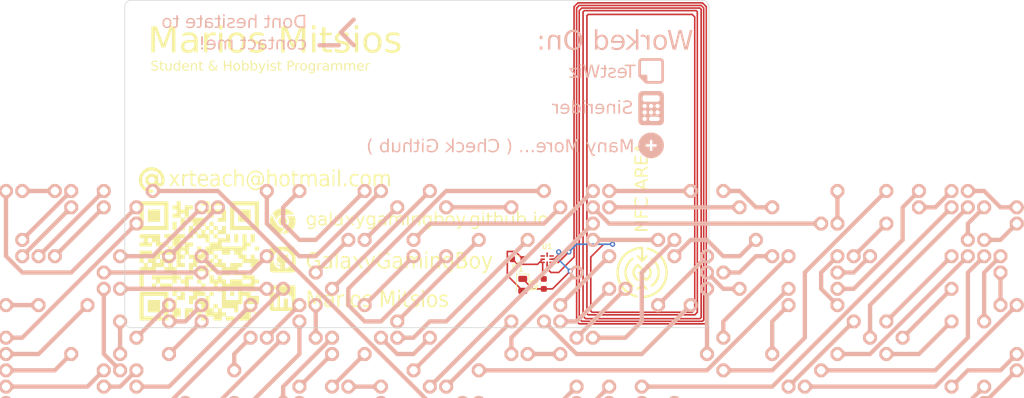
<source format=kicad_pcb>
(kicad_pcb (version 20221018) (generator pcbnew)
  (layers (0 "F.Cu" signal) (31 "B.Cu" signal) (34 "B.Paste" user) (35 "F.Paste" user) (36 "B.SilkS" user "B.Silkscreen") (37 "F.SilkS" user "F.Silkscreen") (38 "B.Mask" user) (39 "F.Mask" user) (44 "Edge.Cuts" user))
  (net 0 "")
  (net 1 "Net-(U1-LA)")
  (net 2 "Net-(D1-K)")
  (net 6 "Net-(U1-VCC)")
  (net 7 "Net-(D1-A)")
  (footprint "NT3H2111W0FHKH:QFN8P50_160X160X50L40X20N" (layer "F.Cu") (at 81.8 56.33125 180)
    (fp_text reference "U1" (at 0 2) (layer "F.SilkS") (effects (font (size 0.800953 0.800953))))
    (fp_text value "NT3H2111W0FHKH")
    (pad "1" smd roundrect (at -0.695 -0.5 180) (size 0.71 0.22) (layers "F.Cu" "F.Paste" "F.Mask") (roundrect_rratio 0.06) (net 1 "Net-(U1-LA)"))
    (pad "2" smd roundrect (at -0.695 0 180) (size 0.71 0.22) (layers "F.Cu" "F.Paste" "F.Mask") (roundrect_rratio 0.06) (net 2 "Net-(D1-K)"))
    (pad "3" smd roundrect (at -0.695 0.5 180) (size 0.7 0.22) (layers "F.Cu" "F.Paste" "F.Mask") (roundrect_rratio 0.06))
    (pad "4" smd roundrect (at 0 0.695 270) (size 0.7 0.22) (layers "F.Cu" "F.Paste" "F.Mask") (roundrect_rratio 0.06))
    (pad "5" smd roundrect (at 0.695 0.5) (size 0.7 0.22) (layers "F.Cu" "F.Paste" "F.Mask") (roundrect_rratio 0.06))
    (pad "6" smd roundrect (at 0.695 0) (size 0.7 0.22) (layers "F.Cu" "F.Paste" "F.Mask") (roundrect_rratio 0.06) (net 6 "Net-(U1-VCC)"))
    (pad "7" smd roundrect (at 0.695 -0.5) (size 0.7 0.22) (layers "F.Cu" "F.Paste" "F.Mask") (roundrect_rratio 0.06) (net 6 "Net-(U1-VCC)"))
    (pad "8" smd roundrect (at 0 -0.695 90) (size 0.7 0.22) (layers "F.Cu" "F.Paste" "F.Mask") (roundrect_rratio 0.06) (net 1 "Net-(U1-LA)"))
  )
  (footprint "LOGO" (layer "F.Cu") (at 96.6 58.4)
    (fp_text reference "G***" hide)
    (fp_text value "LOGO" hide)
  )
  (footprint "LED_SMD:LED_0805_2012Metric" (layer "F.Cu") (at 78 60.33125 -90)
    (fp_text reference "D1" (at 0 -1.65 90) (layer "F.SilkS"))
    (fp_text value "LED")
    (pad "1" smd roundrect (at -0.9375 0 270) (size 0.975 1.4) (layers "F.Cu" "F.Paste" "F.Mask") (net 2 "Net-(D1-K)"))
    (pad "2" smd roundrect (at 0.9375 0 270) (size 0.975 1.4) (layers "F.Cu" "F.Paste" "F.Mask") (net 7 "Net-(D1-A)"))
  )
  (footprint "LOGO" (layer "F.Cu") (at 20.2 44)
    (fp_text reference "G***" hide)
    (fp_text value "LOGO" hide)
  )
  (footprint "LOGO" (layer "F.Cu") (at 27.6 56.6)
    (fp_text reference "G***" hide)
    (fp_text value "LOGO" hide)
  )
  (footprint "Resistor_SMD:R_0603_1608Metric" (layer "F.Cu") (at 77.225 56.33125 180)
    (fp_text reference "R1" (at 0 -1.43) (layer "F.SilkS"))
    (fp_text value "47")
    (pad "1" smd roundrect (at -0.825 0 180) (size 0.8 0.95) (layers "F.Cu" "F.Paste" "F.Mask") (net 7 "Net-(D1-A)"))
    (pad "2" smd roundrect (at 0.825 0 180) (size 0.8 0.95) (layers "F.Cu" "F.Paste" "F.Mask") (net 6 "Net-(U1-VCC)"))
  )
  (footprint "Capacitor_SMD:C_0603_1608Metric" (layer "F.Cu") (at 81.28 60.185 90)
    (fp_text reference "C1" (at 0 -1.43 90) (layer "F.SilkS"))
    (fp_text value "220nF")
    (pad "1" smd roundrect (at -0.775 0 90) (size 0.9 0.95) (layers "F.Cu" "F.Paste" "F.Mask") (net 2 "Net-(D1-K)"))
    (pad "2" smd roundrect (at 0.775 0 90) (size 0.9 0.95) (layers "F.Cu" "F.Paste" "F.Mask") (net 6 "Net-(U1-VCC)"))
  )
  (footprint "LOGO" (layer "F.Cu") (at 40.6 56.4)
    (fp_text reference "G***" hide)
    (fp_text value "LOGO" hide)
  )
  (footprint "LOGO" (layer "F.Cu") (at 40.6 50.4)
    (fp_text reference "G***" hide)
    (fp_text value "LOGO" hide)
  )
  (footprint "LOGO" (layer "F.Cu") (at 40.6 62.4)
    (fp_text reference "G***" hide)
    (fp_text value "LOGO" hide)
  )
  (footprint "LOGO" (layer "B.Cu") (at 49 21 180)
    (fp_text reference "G***" hide)
    (fp_text value "LOGO" hide)
  )
  (footprint "LOGO" (layer "B.Cu") (at 98 32.8 180)
    (fp_text reference "G***" hide)
    (fp_text value "LOGO" hide)
  )
  (footprint "LOGO" (layer "B.Cu") (at 98 38.6 180)
    (fp_text reference "G***" hide)
    (fp_text value "LOGO" hide)
  )
  (footprint "LOGO" (layer "B.Cu") (at 76.4 61.2 180)
    (fp_text reference "G***" hide)
    (fp_text value "LOGO" hide)
  )
  (footprint "LOGO" (layer "B.Cu") (at 98 27 180)
    (fp_text reference "G***" hide)
    (fp_text value "LOGO" hide)
  )
  (gr_line (start 106 16) (end 17 16) (stroke (width 0.1)) (layer "Edge.Cuts"))
  (gr_line (start 17 66.999999) (end 106.2 67) (stroke (width 0.1)) (layer "Edge.Cuts"))
  (gr_arc (start 17 67) (mid 16.292893 66.707107) (end 16 66) (stroke (width 0.1)) (layer "Edge.Cuts"))
  (gr_line (start 107 66.2) (end 107 17) (stroke (width 0.1)) (layer "Edge.Cuts"))
  (gr_arc (start 16 17) (mid 16.292893 16.292893) (end 17 16) (stroke (width 0.1)) (layer "Edge.Cuts"))
  (gr_arc (start 107 66.2) (mid 106.765685 66.765685) (end 106.2 67) (stroke (width 0.1)) (layer "Edge.Cuts"))
  (gr_line (start 16 17) (end 16 66) (stroke (width 0.1)) (layer "Edge.Cuts"))
  (gr_arc (start 106 16) (mid 106.707107 16.292893) (end 107 17) (stroke (width 0.1)) (layer "Edge.Cuts"))
  (gr_text "Sinerider" (at 95.2 34) (layer "B.SilkS") (effects (font (size 2 2)) (justify left bottom mirror)))
  (gr_text "Many More... ( Check Github )" (at 95.4 40) (layer "B.SilkS") (effects (font (size 2 2)) (justify left bottom mirror)))
  (gr_text "Dont hesitate to\ncontact me!" (at 44.4 24) (layer "B.SilkS") (effects (font (size 2 2)) (justify left bottom mirror)))
  (gr_text "TestWiz" (at 95.6 28.4) (layer "B.SilkS") (effects (font (size 2 2)) (justify left bottom mirror)))
  (gr_text "Worked On:" (at 104.6 24.2) (layer "B.SilkS") (effects (font (size 3 3)) (justify left bottom mirror)))
  (gr_text "xrteach@hotmail.com" (at 22.8 45.4) (layer "F.SilkS") (effects (font (size 2.5 2.25)) (justify left bottom)))
  (gr_text "NFC AREA" (at 97.8 52.2 90) (layer "F.SilkS") (effects (font (size 2 2)) (justify left bottom)))
  (gr_text "galaxygamingboy.github.io" (at 44.2 51.4) (layer "F.SilkS") (effects (font (size 2 2)) (justify left bottom)))
  (gr_text "Marios Mitsios" (at 19.6 24.8) (layer "F.SilkS") (effects (font (size 4 4)) (justify left bottom)))
  (gr_text "Student & Hobbyist Programmer" (at 20 27.2) (layer "F.SilkS") (effects (font (size 1.5 1.5)) (justify left bottom)))
  (gr_text "Marios Mitsios" (at 44.2 64.2) (layer "F.SilkS") (effects (font (size 2.5 2.25)) (justify left bottom)))
  (gr_text "GalaxyGamingBoy" (at 44.2 58.2) (layer "F.SilkS") (effects (font (size 2.5 2.25)) (justify left bottom)))
  (segment (start 83.6 58.4) (end 86 56) (width 0.25) (layer "F.Cu") (net 1))
  (segment (start 105.8 65.4) (end 105.6 65.6) (width 0.25) (layer "F.Cu") (net 1))
  (segment (start 106.4 66.4) (end 86.8 66.4) (width 0.25) (layer "F.Cu") (net 1))
  (segment (start 104.4 64.6) (end 88.8 64.6) (width 0.25) (layer "F.Cu") (net 1))
  (segment (start 86.6 16.4) (end 106 16.4) (width 0.25) (layer "F.Cu") (net 1))
  (segment (start 86 56) (end 86 17) (width 0.25) (layer "F.Cu") (net 1))
  (segment (start 88.2 65) (end 88 64.8) (width 0.25) (layer "F.Cu") (net 1))
  (segment (start 86.8 65.6) (end 86.8 17.6) (width 0.25) (layer "F.Cu") (net 1))
  (segment (start 104.8 18.6) (end 104.8 64.2) (width 0.25) (layer "F.Cu") (net 1))
  (segment (start 86 17) (end 86.6 16.4) (width 0.25) (layer "F.Cu") (net 1))
  (segment (start 86.8 16.8) (end 105.8 16.8) (width 0.25) (layer "F.Cu") (net 1))
  (segment (start 86.8 17.6) (end 87.2 17.2) (width 0.25) (layer "F.Cu") (net 1))
  (segment (start 105.2 17.8) (end 105.2 64.6) (width 0.25) (layer "F.Cu") (net 1))
  (segment (start 104.8 64.2) (end 104.4 64.6) (width 0.25) (layer "F.Cu") (net 1))
  (segment (start 88 64.8) (end 88 18.4) (width 0.25) (layer "F.Cu") (net 1))
  (segment (start 86.4 17.2) (end 86.8 16.8) (width 0.25) (layer "F.Cu") (net 1))
  (segment (start 83.56875 56.83125) (end 82.495 56.83125) (width 0.25) (layer "F.Cu") (net 1))
  (segment (start 106.2 17.2) (end 106.2 65.8) (width 0.25) (layer "F.Cu") (net 1))
  (segment (start 87.4 17.8) (end 87.6 17.6) (width 0.25) (layer "F.Cu") (net 1))
  (segment (start 106.2 65.8) (end 106 66) (width 0.25) (layer "F.Cu") (net 1))
  (segment (start 106.6 66.2) (end 106.4 66.4) (width 0.25) (layer "F.Cu") (net 1))
  (segment (start 87.2 66) (end 86.8 65.6) (width 0.25) (layer "F.Cu") (net 1))
  (segment (start 87.4 65.2) (end 87.4 17.8) (width 0.25) (layer "F.Cu") (net 1))
  (segment (start 87.8 65.6) (end 87.4 65.2) (width 0.25) (layer "F.Cu") (net 1))
  (segment (start 88 18.4) (end 88.2 18.2) (width 0.25) (layer "F.Cu") (net 1))
  (segment (start 105.8 16.8) (end 106.2 17.2) (width 0.25) (layer "F.Cu") (net 1))
  (segment (start 82.4 58.4) (end 83.6 58.4) (width 0.25) (layer "F.Cu") (net 1))
  (segment (start 85.2 55.2) (end 83.56875 56.83125) (width 0.25) (layer "F.Cu") (net 1))
  (segment (start 88.2 18.2) (end 104.4 18.2) (width 0.25) (layer "F.Cu") (net 1))
  (segment (start 105.6 17.2) (end 105.8 17.4) (width 0.25) (layer "F.Cu") (net 1))
  (segment (start 106 16.4) (end 106.6 17) (width 0.25) (layer "F.Cu") (net 1))
  (segment (start 87.6 17.6) (end 105 17.6) (width 0.25) (layer "F.Cu") (net 1))
  (segment (start 104.4 18.2) (end 104.8 18.6) (width 0.25) (layer "F.Cu") (net 1))
  (segment (start 81.8 57.8) (end 82.4 58.4) (width 0.25) (layer "F.Cu") (net 1))
  (segment (start 104.8 65) (end 88.2 65) (width 0.25) (layer "F.Cu") (net 1))
  (segment (start 106 66) (end 87.2 66) (width 0.25) (layer "F.Cu") (net 1))
  (segment (start 106.6 17) (end 106.6 66.2) (width 0.25) (layer "F.Cu") (net 1))
  (segment (start 105.6 65.6) (end 87.8 65.6) (width 0.25) (layer "F.Cu") (net 1))
  (segment (start 86.4 66) (end 86.4 17.2) (width 0.25) (layer "F.Cu") (net 1))
  (segment (start 86.8 66.4) (end 86.4 66) (width 0.25) (layer "F.Cu") (net 1))
  (segment (start 105 17.6) (end 105.2 17.8) (width 0.25) (layer "F.Cu") (net 1))
  (segment (start 90.6 54) (end 92 54) (width 0.25) (layer "F.Cu") (net 1))
  (segment (start 88.6 56) (end 90.6 54) (width 0.25) (layer "F.Cu") (net 1))
  (segment (start 81.8 57.02625) (end 81.8 57.8) (width 0.25) (layer "F.Cu") (net 1))
  (segment (start 87.2 17.2) (end 105.6 17.2) (width 0.25) (layer "F.Cu") (net 1))
  (segment (start 105.2 64.6) (end 104.8 65) (width 0.25) (layer "F.Cu") (net 1))
  (segment (start 88.6 64.4) (end 88.6 56) (width 0.25) (layer "F.Cu") (net 1))
  (segment (start 105.8 17.4) (end 105.8 65.4) (width 0.25) (layer "F.Cu") (net 1))
  (segment (start 88.8 64.6) (end 88.6 64.4) (width 0.25) (layer "F.Cu") (net 1))
  (via (at 92 54) (size 0.8) (drill 0.4) (layers "F.Cu" "B.Cu") (net 1))
  (via (at 85.2 55.2) (size 0.8) (drill 0.4) (layers "F.Cu" "B.Cu") (net 1))
  (segment (start 92 54) (end 86.4 54) (width 0.25) (layer "B.Cu") (net 1))
  (segment (start 86.4 54) (end 85.2 55.2) (width 0.25) (layer "B.Cu") (net 1))
  (segment (start 82.906887 56.33125) (end 83.6 55.638137) (width 0.25) (layer "F.Cu") (net 2))
  (segment (start 85.4 58.2) (end 82.64 60.96) (width 0.25) (layer "F.Cu") (net 2))
  (segment (start 78 59.39375) (end 79.56625 60.96) (width 0.25) (layer "F.Cu") (net 2))
  (segment (start 82.64 60.96) (end 81.28 60.96) (width 0.25) (layer "F.Cu") (net 2))
  (segment (start 79.56625 60.96) (end 81.28 60.96) (width 0.25) (layer "F.Cu") (net 2))
  (segment (start 82.495 56.33125) (end 82.911887 56.33125) (width 0.25) (layer "F.Cu") (net 2))
  (segment (start 78.0625 59.33125) (end 78 59.39375) (width 0.25) (layer "F.Cu") (net 2))
  (segment (start 83.6 55.638137) (end 83.6 55.2) (width 0.25) (layer "F.Cu") (net 2))
  (segment (start 82.495 56.33125) (end 82.906887 56.33125) (width 0.25) (layer "F.Cu") (net 2))
  (via (at 83.6 55.2) (size 0.8) (drill 0.4) (layers "F.Cu" "B.Cu") (net 2))
  (via (at 85.4 58.2) (size 0.8) (drill 0.4) (layers "F.Cu" "B.Cu") (net 2))
  (segment (start 85.4 58.2) (end 83.6 56.4) (width 0.25) (layer "B.Cu") (net 2))
  (segment (start 83.6 55.8) (end 83.6 55.2) (width 0.25) (layer "B.Cu") (net 2))
  (segment (start 83.6 56.4) (end 83.6 55.8) (width 0.25) (layer "B.Cu") (net 2))
  (segment (start 81.105 59.235) (end 81.28 59.41) (width 0.25) (layer "F.Cu") (net 6))
  (segment (start 81.105 56.83125) (end 81.105 59.235) (width 0.25) (layer "F.Cu") (net 6))
  (segment (start 77.2 57.13125) (end 80.305 57.13125) (width 0.25) (layer "F.Cu") (net 6))
  (segment (start 80.305 57.13125) (end 81.105 56.33125) (width 0.25) (layer "F.Cu") (net 6))
  (segment (start 76.4 56.33125) (end 77.2 57.13125) (width 0.25) (layer "F.Cu") (net 6))
  (segment (start 75.6 58.86875) (end 78 61.26875) (width 0.25) (layer "F.Cu") (net 7))
  (segment (start 76.85 55.13125) (end 75.6 55.13125) (width 0.25) (layer "F.Cu") (net 7))
  (segment (start 75.6 55.13125) (end 75.6 58.86875) (width 0.25) (layer "F.Cu") (net 7))
  (segment (start 78.05 56.33125) (end 76.85 55.13125) (width 0.25) (layer "F.Cu") (net 7))
)
</source>
